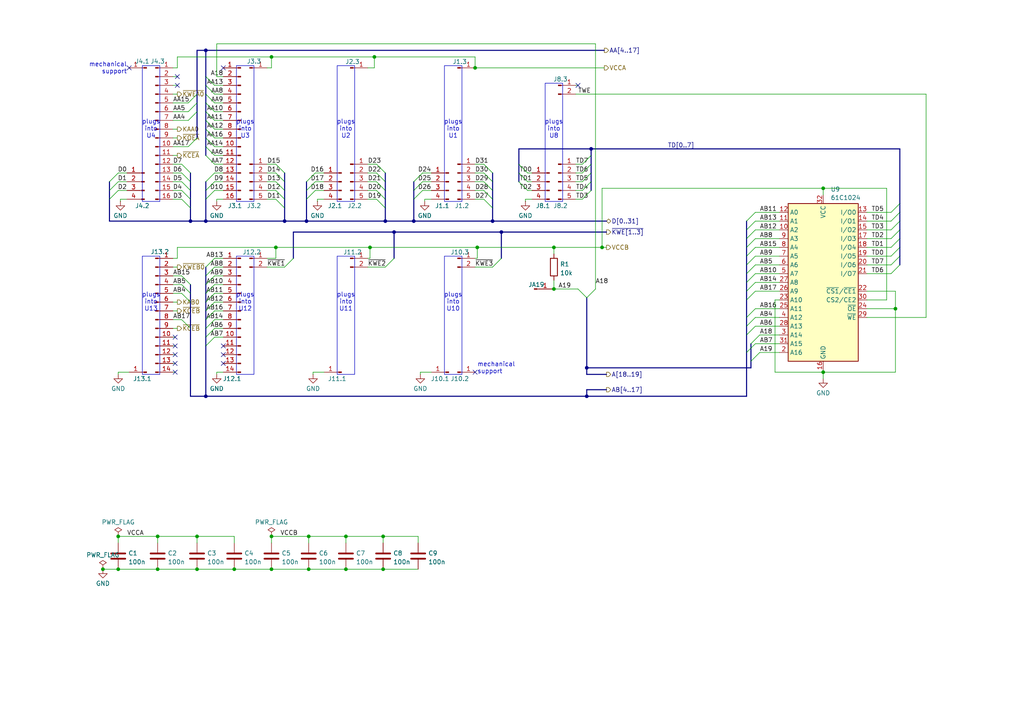
<source format=kicad_sch>
(kicad_sch (version 20250114) (generator "eeschema") (generator_version "9.0")
  (paper "A4")
  (title_block (title "Biostar MB-84xx-UUD 1MB cache tag and connectors") (date "2025-05-04") (rev "1.0"))
  (lib_symbols
    (symbol "Connector:Conn_01x01_Pin" (pin_names (offset 1.016) (hide yes))
      (property "Reference" "J" (at 0 2.54 0))
      (property "Value" "Conn_01x01_Pin" (at 0 -2.54 0))
      (symbol "Conn_01x01_Pin_1_1"
        (pin passive line (at 5.08 0 180) (length 3.81) (name "Pin_1") (number "1"))
      )
    )
    (symbol "Connector:Conn_01x02_Pin" (pin_names (offset 1.016) (hide yes))
      (property "Reference" "J" (at 0 2.54 0))
      (property "Value" "Conn_01x02_Pin" (at 0 -5.08 0))
      (symbol "Conn_01x02_Pin_1_1"
        (pin passive line (at 5.08 0 180) (length 3.81) (name "Pin_1") (number "1"))
        (pin passive line (at 5.08 -2.54 180) (length 3.81) (name "Pin_2") (number "2"))
      )
    )
    (symbol "Connector:Conn_01x04_Pin" (pin_names (offset 1.016) (hide yes))
      (property "Reference" "J" (at 0 5.08 0))
      (property "Value" "Conn_01x04_Pin" (at 0 -7.62 0))
      (symbol "Conn_01x04_Pin_1_1"
        (pin passive line (at 5.08 2.54 180) (length 3.81) (name "Pin_1") (number "1"))
        (pin passive line (at 5.08 0 180) (length 3.81) (name "Pin_2") (number "2"))
        (pin passive line (at 5.08 -2.54 180) (length 3.81) (name "Pin_3") (number "3"))
        (pin passive line (at 5.08 -5.08 180) (length 3.81) (name "Pin_4") (number "4"))
      )
    )
    (symbol "Connector:Conn_01x05_Pin" (pin_names (offset 1.016) (hide yes))
      (property "Reference" "J" (at 0 7.62 0))
      (property "Value" "Conn_01x05_Pin" (at 0 -7.62 0))
      (symbol "Conn_01x05_Pin_1_1"
        (pin passive line (at 5.08 5.08 180) (length 3.81) (name "Pin_1") (number "1"))
        (pin passive line (at 5.08 2.54 180) (length 3.81) (name "Pin_2") (number "2"))
        (pin passive line (at 5.08 0 180) (length 3.81) (name "Pin_3") (number "3"))
        (pin passive line (at 5.08 -2.54 180) (length 3.81) (name "Pin_4") (number "4"))
        (pin passive line (at 5.08 -5.08 180) (length 3.81) (name "Pin_5") (number "5"))
      )
    )
    (symbol "Connector:Conn_01x14_Pin" (pin_names (offset 1.016) (hide yes))
      (property "Reference" "J" (at 0 17.78 0))
      (property "Value" "Conn_01x14_Pin" (at 0 -20.32 0))
      (symbol "Conn_01x14_Pin_1_1"
        (pin passive line (at 5.08 15.24 180) (length 3.81) (name "Pin_1") (number "1"))
        (pin passive line (at 5.08 12.7 180) (length 3.81) (name "Pin_2") (number "2"))
        (pin passive line (at 5.08 10.16 180) (length 3.81) (name "Pin_3") (number "3"))
        (pin passive line (at 5.08 7.62 180) (length 3.81) (name "Pin_4") (number "4"))
        (pin passive line (at 5.08 5.08 180) (length 3.81) (name "Pin_5") (number "5"))
        (pin passive line (at 5.08 2.54 180) (length 3.81) (name "Pin_6") (number "6"))
        (pin passive line (at 5.08 0 180) (length 3.81) (name "Pin_7") (number "7"))
        (pin passive line (at 5.08 -2.54 180) (length 3.81) (name "Pin_8") (number "8"))
        (pin passive line (at 5.08 -5.08 180) (length 3.81) (name "Pin_9") (number "9"))
        (pin passive line (at 5.08 -7.62 180) (length 3.81) (name "Pin_10") (number "10"))
        (pin passive line (at 5.08 -10.16 180) (length 3.81) (name "Pin_11") (number "11"))
        (pin passive line (at 5.08 -12.7 180) (length 3.81) (name "Pin_12") (number "12"))
        (pin passive line (at 5.08 -15.24 180) (length 3.81) (name "Pin_13") (number "13"))
        (pin passive line (at 5.08 -17.78 180) (length 3.81) (name "Pin_14") (number "14"))
      )
    )
    (symbol "Connector:Conn_01x16_Pin" (pin_names (offset 1.016) (hide yes))
      (property "Reference" "J" (at 0 20.32 0))
      (property "Value" "Conn_01x16_Pin" (at 0 -22.86 0))
      (symbol "Conn_01x16_Pin_1_1"
        (pin passive line (at 5.08 17.78 180) (length 3.81) (name "Pin_1") (number "1"))
        (pin passive line (at 5.08 15.24 180) (length 3.81) (name "Pin_2") (number "2"))
        (pin passive line (at 5.08 12.7 180) (length 3.81) (name "Pin_3") (number "3"))
        (pin passive line (at 5.08 10.16 180) (length 3.81) (name "Pin_4") (number "4"))
        (pin passive line (at 5.08 7.62 180) (length 3.81) (name "Pin_5") (number "5"))
        (pin passive line (at 5.08 5.08 180) (length 3.81) (name "Pin_6") (number "6"))
        (pin passive line (at 5.08 2.54 180) (length 3.81) (name "Pin_7") (number "7"))
        (pin passive line (at 5.08 0 180) (length 3.81) (name "Pin_8") (number "8"))
        (pin passive line (at 5.08 -2.54 180) (length 3.81) (name "Pin_9") (number "9"))
        (pin passive line (at 5.08 -5.08 180) (length 3.81) (name "Pin_10") (number "10"))
        (pin passive line (at 5.08 -7.62 180) (length 3.81) (name "Pin_11") (number "11"))
        (pin passive line (at 5.08 -10.16 180) (length 3.81) (name "Pin_12") (number "12"))
        (pin passive line (at 5.08 -12.7 180) (length 3.81) (name "Pin_13") (number "13"))
        (pin passive line (at 5.08 -15.24 180) (length 3.81) (name "Pin_14") (number "14"))
        (pin passive line (at 5.08 -17.78 180) (length 3.81) (name "Pin_15") (number "15"))
        (pin passive line (at 5.08 -20.32 180) (length 3.81) (name "Pin_16") (number "16"))
      )
    )
    (symbol "Device:C" (pin_numbers (hide yes)) (pin_names (offset 0.254))
      (property "Reference" "C" (at 0.635 2.54 0))
      (property "Value" "C" (at 0.635 -2.54 0))
      (symbol "C_1_1"
        (pin passive line (at 0 3.81 270) (length 2.794) (name "~") (number "1"))
        (pin passive line (at 0 -3.81 90) (length 2.794) (name "~") (number "2"))
      )
    )
    (symbol "Device:R" (pin_numbers (hide yes)) (pin_names (offset 0))
      (property "Reference" "R" (at 2.032 0 90))
      (property "Value" "R" (at 0 0 90))
      (symbol "R_1_1"
        (pin passive line (at 0 3.81 270) (length 1.27) (name "~") (number "1"))
        (pin passive line (at 0 -3.81 90) (length 1.27) (name "~") (number "2"))
      )
    )
    (symbol "SOJmem:IS6xC1024AL-xxJ"
      (property "Reference" "U" (at -10.16 23.495 0))
      (property "Value" "IS6xC1024AL-xxJ" (at 2.54 23.495 0))
      (symbol "IS6xC1024AL-xxJ_0_0"
        (pin power_in line (at 0 25.4 270) (length 2.54) (name "VCC") (number "32"))
        (pin power_in line (at 0 -25.4 90) (length 2.54) (name "GND") (number "16"))
      )
      (symbol "IS6xC1024AL-xxJ_1_1"
        (pin input line (at -12.7 20.32 0) (length 2.54) (name "A0") (number "12"))
        (pin input line (at -12.7 17.78 0) (length 2.54) (name "A1") (number "11"))
        (pin input line (at -12.7 15.24 0) (length 2.54) (name "A2") (number "10"))
        (pin input line (at -12.7 12.7 0) (length 2.54) (name "A3") (number "9"))
        (pin input line (at -12.7 10.16 0) (length 2.54) (name "A4") (number "8"))
        (pin input line (at -12.7 7.62 0) (length 2.54) (name "A5") (number "7"))
        (pin input line (at -12.7 5.08 0) (length 2.54) (name "A6") (number "6"))
        (pin input line (at -12.7 2.54 0) (length 2.54) (name "A7") (number "5"))
        (pin input line (at -12.7 0 0) (length 2.54) (name "A8") (number "27"))
        (pin input line (at -12.7 -2.54 0) (length 2.54) (name "A9") (number "26"))
        (pin input line (at -12.7 -5.08 0) (length 2.54) (name "A10") (number "23"))
        (pin input line (at -12.7 -7.62 0) (length 2.54) (name "A11") (number "25"))
        (pin input line (at -12.7 -10.16 0) (length 2.54) (name "A12") (number "4"))
        (pin input line (at -12.7 -12.7 0) (length 2.54) (name "A13") (number "28"))
        (pin input line (at -12.7 -15.24 0) (length 2.54) (name "A14") (number "3"))
        (pin input line (at -12.7 -17.78 0) (length 2.54) (name "A15") (number "31"))
        (pin input line (at -12.7 -20.32 0) (length 2.54) (name "A16") (number "2"))
        (pin no_connect line (at 10.16 -20.32 180) (length 2.54) (hide yes) (name "NC") (number "1"))
        (pin tri_state line (at 12.7 20.32 180) (length 2.54) (name "I/O0") (number "13"))
        (pin tri_state line (at 12.7 17.78 180) (length 2.54) (name "I/O1") (number "14"))
        (pin tri_state line (at 12.7 15.24 180) (length 2.54) (name "I/O2") (number "15"))
        (pin tri_state line (at 12.7 12.7 180) (length 2.54) (name "I/O3") (number "17"))
        (pin tri_state line (at 12.7 10.16 180) (length 2.54) (name "I/O4") (number "18"))
        (pin tri_state line (at 12.7 7.62 180) (length 2.54) (name "I/O5") (number "19"))
        (pin tri_state line (at 12.7 5.08 180) (length 2.54) (name "I/O6") (number "20"))
        (pin tri_state line (at 12.7 2.54 180) (length 2.54) (name "I/O7") (number "21"))
        (pin input line (at 12.7 -2.54 180) (length 2.54) (name "~{CS1}/~{CE1}") (number "22"))
        (pin input line (at 12.7 -5.08 180) (length 2.54) (name "CS2/CE2") (number "30"))
        (pin input line (at 12.7 -7.62 180) (length 2.54) (name "~{OE}") (number "24"))
        (pin input line (at 12.7 -10.16 180) (length 2.54) (name "~{WE}") (number "29"))
      )
    )
    (symbol "power:GND" (power) (pin_numbers (hide yes)) (pin_names (offset 0) (hide yes))
      (property "Value" "GND" (at 0 -3.81 0))
      (symbol "GND_1_1"
        (pin power_in line (at 0 0 270) (length 0) (name "~") (number "1"))
      )
    )
    (symbol "power:PWR_FLAG" (power) (pin_numbers (hide yes)) (pin_names (offset 0) (hide yes))
      (property "Value" "PWR_FLAG" (at 0 3.81 0))
      (symbol "PWR_FLAG_0_0"
        (pin power_out line (at 0 0 90) (length 0) (name "~") (number "1"))
      )
    )
  )
  (rectangle (start 128.905 74.295) (end 133.985 108.585))
  (rectangle (start 68.58 74.295) (end 73.66 108.585))
  (rectangle (start 97.79 74.295) (end 102.87 108.585))
  (rectangle (start 68.58 19.05) (end 73.66 58.42))
  (rectangle (start 128.905 19.05) (end 133.985 58.42))
  (rectangle (start 158.115 24.13) (end 163.195 58.42))
  (rectangle (start 41.275 19.05) (end 46.355 58.42))
  (rectangle (start 41.275 74.295) (end 46.355 108.585))
  (rectangle (start 97.79 19.05) (end 102.87 58.42))
  (text "plugs\ninto\nU11\n" (at 100.33 87.63 0) (effects (font (size 1.27 1.27))))
  (text "plugs\ninto\nU4\n" (at 43.815 37.465 0) (effects (font (size 1.27 1.27))))
  (text "mechanical\nsupport" (at 138.43 108.585 0) (effects (font (size 1.27 1.27)) (justify left bottom)))
  (text "plugs\ninto\nU12\n" (at 71.12 87.63 0) (effects (font (size 1.27 1.27))))
  (text "plugs\ninto\nU2\n" (at 100.33 37.465 0) (effects (font (size 1.27 1.27))))
  (text "plugs\ninto\nU10\n" (at 131.445 87.63 0) (effects (font (size 1.27 1.27))))
  (text "plugs\ninto\nU1\n" (at 131.445 37.465 0) (effects (font (size 1.27 1.27))))
  (text "plugs\ninto\nU8\n" (at 160.655 37.465 0) (effects (font (size 1.27 1.27))))
  (text "mechanical\nsupport" (at 36.83 21.59 0) (effects (font (size 1.27 1.27)) (justify right bottom)))
  (text "plugs\ninto\nU3\n" (at 71.12 37.465 0) (effects (font (size 1.27 1.27))))
  (text "plugs\ninto\nU13\n" (at 43.815 87.63 0) (effects (font (size 1.27 1.27))))
  (junction (at 120.015 64.135))
  (junction (at 171.45 43.18))
  (junction (at 111.125 155.575))
  (junction (at 59.69 114.935))
  (junction (at 108.585 16.51))
  (junction (at 88.9 64.135))
  (junction (at 29.845 165.1))
  (junction (at 80.01 71.755))
  (junction (at 57.15 165.1))
  (junction (at 170.18 106.68))
  (junction (at 138.43 71.755))
  (junction (at 137.795 19.685))
  (junction (at 59.69 64.135))
  (junction (at 114.3 67.31))
  (junction (at 145.415 67.31))
  (junction (at 78.74 16.51))
  (junction (at 89.535 165.1))
  (junction (at 100.33 155.575))
  (junction (at 107.315 71.755))
  (junction (at 142.875 64.135))
  (junction (at 45.72 155.575))
  (junction (at 59.69 14.605))
  (junction (at 160.655 83.82))
  (junction (at 78.74 155.575))
  (junction (at 45.72 165.1))
  (junction (at 238.76 54.61))
  (junction (at 82.55 64.135))
  (junction (at 89.535 155.575))
  (junction (at 57.15 155.575))
  (junction (at 111.76 64.135))
  (junction (at 160.655 71.755))
  (junction (at 111.125 165.1))
  (junction (at 238.76 107.95))
  (junction (at 170.18 114.935))
  (junction (at 78.74 165.1))
  (junction (at 55.245 64.135))
  (junction (at 100.33 165.1))
  (junction (at 174.625 71.755))
  (junction (at 34.29 155.575))
  (junction (at 259.715 89.535))
  (junction (at 67.945 165.1))
  (junction (at 34.29 165.1))
  (no_connect (at 64.77 102.87))
  (no_connect (at 37.465 19.685))
  (no_connect (at 64.77 19.685))
  (no_connect (at 51.435 24.765))
  (no_connect (at 64.77 105.41))
  (no_connect (at 64.77 100.33))
  (no_connect (at 50.8 107.95))
  (no_connect (at 50.8 102.87))
  (no_connect (at 50.8 100.33))
  (no_connect (at 137.795 107.95))
  (no_connect (at 51.435 22.225))
  (no_connect (at 167.64 24.765))
  (no_connect (at 50.8 97.79))
  (no_connect (at 50.8 105.41))
  (bus_entry (at 216.535 79.375) (size 2.54 -2.54))
  (bus_entry (at 122.555 55.245) (size -2.54 2.54))
  (bus_entry (at 217.805 99.695) (size 2.54 -2.54))
  (bus_entry (at 62.23 27.305) (size -2.54 -2.54))
  (bus_entry (at 219.075 61.595) (size -2.54 2.54))
  (bus_entry (at 54.61 32.385) (size 2.54 -2.54))
  (bus_entry (at 216.535 66.675) (size 2.54 -2.54))
  (bus_entry (at 216.535 94.615) (size 2.54 -2.54))
  (bus_entry (at 109.22 57.785) (size 2.54 2.54))
  (bus_entry (at 216.535 84.455) (size 2.54 -2.54))
  (bus_entry (at 216.535 74.295) (size 2.54 -2.54))
  (bus_entry (at 62.23 97.79) (size -2.54 2.54))
  (bus_entry (at 80.01 50.165) (size 2.54 2.54))
  (bus_entry (at 52.705 92.71) (size 2.54 2.54))
  (bus_entry (at 80.01 57.785) (size 2.54 2.54))
  (bus_entry (at 258.445 69.215) (size 2.54 -2.54))
  (bus_entry (at 52.705 85.09) (size 2.54 2.54))
  (bus_entry (at 82.55 57.785) (size -2.54 -2.54))
  (bus_entry (at 34.29 50.165) (size -2.54 2.54))
  (bus_entry (at 258.445 79.375) (size 2.54 -2.54))
  (bus_entry (at 91.44 52.705) (size -2.54 2.54))
  (bus_entry (at 34.29 52.705) (size -2.54 2.54))
  (bus_entry (at 62.23 92.71) (size -2.54 2.54))
  (bus_entry (at 91.44 55.245) (size -2.54 2.54))
  (bus_entry (at 216.535 81.915) (size 2.54 -2.54))
  (bus_entry (at 62.23 40.005) (size -2.54 -2.54))
  (bus_entry (at 62.23 37.465) (size -2.54 -2.54))
  (bus_entry (at 217.805 104.775) (size 2.54 -2.54))
  (bus_entry (at 111.76 57.785) (size -2.54 -2.54))
  (bus_entry (at 62.23 87.63) (size -2.54 2.54))
  (bus_entry (at 62.23 50.165) (size -2.54 2.54))
  (bus_entry (at 216.535 69.215) (size 2.54 -2.54))
  (bus_entry (at 111.76 55.245) (size -2.54 -2.54))
  (bus_entry (at 62.23 82.55) (size -2.54 2.54))
  (bus_entry (at 216.535 86.995) (size 2.54 -2.54))
  (bus_entry (at 62.23 80.01) (size -2.54 2.54))
  (bus_entry (at 62.23 24.765) (size -2.54 -2.54))
  (bus_entry (at 153.035 55.245) (size -2.54 -2.54))
  (bus_entry (at 140.335 50.165) (size 2.54 2.54))
  (bus_entry (at 52.705 50.165) (size 2.54 2.54))
  (bus_entry (at 168.91 55.245) (size 2.54 -2.54))
  (bus_entry (at 258.445 61.595) (size 2.54 -2.54))
  (bus_entry (at 142.875 55.245) (size -2.54 -2.54))
  (bus_entry (at 52.705 55.245) (size 2.54 2.54))
  (bus_entry (at 62.23 29.845) (size -2.54 -2.54))
  (bus_entry (at 216.535 92.075) (size 2.54 -2.54))
  (bus_entry (at 111.76 77.47) (size 2.54 -2.54))
  (bus_entry (at 52.705 47.625) (size 2.54 2.54))
  (bus_entry (at 168.91 47.625) (size 2.54 -2.54))
  (bus_entry (at 54.61 42.545) (size 2.54 -2.54))
  (bus_entry (at 62.23 42.545) (size -2.54 -2.54))
  (bus_entry (at 258.445 74.295) (size 2.54 -2.54))
  (bus_entry (at 258.445 71.755) (size 2.54 -2.54))
  (bus_entry (at 82.55 77.47) (size 2.54 -2.54))
  (bus_entry (at 62.23 32.385) (size -2.54 -2.54))
  (bus_entry (at 109.22 50.165) (size 2.54 2.54))
  (bus_entry (at 216.535 97.155) (size 2.54 -2.54))
  (bus_entry (at 258.445 66.675) (size 2.54 -2.54))
  (bus_entry (at 54.61 29.845) (size 2.54 -2.54))
  (bus_entry (at 52.705 57.785) (size 2.54 2.54))
  (bus_entry (at 82.55 55.245) (size -2.54 -2.54))
  (bus_entry (at 122.555 52.705) (size -2.54 2.54))
  (bus_entry (at 168.91 50.165) (size 2.54 -2.54))
  (bus_entry (at 62.23 74.93) (size -2.54 2.54))
  (bus_entry (at 62.23 45.085) (size -2.54 -2.54))
  (bus_entry (at 54.61 34.925) (size 2.54 -2.54))
  (bus_entry (at 216.535 71.755) (size 2.54 -2.54))
  (bus_entry (at 172.72 83.82) (size -2.54 2.54))
  (bus_entry (at 142.875 77.47) (size 2.54 -2.54))
  (bus_entry (at 62.23 77.47) (size -2.54 2.54))
  (bus_entry (at 52.705 80.01) (size 2.54 2.54))
  (bus_entry (at 258.445 64.135) (size 2.54 -2.54))
  (bus_entry (at 62.23 55.245) (size -2.54 2.54))
  (bus_entry (at 122.555 50.165) (size -2.54 2.54))
  (bus_entry (at 140.335 57.785) (size 2.54 2.54))
  (bus_entry (at 153.035 52.705) (size -2.54 -2.54))
  (bus_entry (at 62.23 34.925) (size -2.54 -2.54))
  (bus_entry (at 168.91 57.785) (size 2.54 -2.54))
  (bus_entry (at 62.23 52.705) (size -2.54 2.54))
  (bus_entry (at 91.44 50.165) (size -2.54 2.54))
  (bus_entry (at 153.035 50.165) (size -2.54 -2.54))
  (bus_entry (at 52.705 82.55) (size 2.54 2.54))
  (bus_entry (at 109.22 47.625) (size 2.54 2.54))
  (bus_entry (at 62.23 85.09) (size -2.54 2.54))
  (bus_entry (at 258.445 76.835) (size 2.54 -2.54))
  (bus_entry (at 140.335 47.625) (size 2.54 2.54))
  (bus_entry (at 219.075 99.695) (size -2.54 2.54))
  (bus_entry (at 62.23 90.17) (size -2.54 2.54))
  (bus_entry (at 34.29 55.245) (size -2.54 2.54))
  (bus_entry (at 142.875 57.785) (size -2.54 -2.54))
  (bus_entry (at 168.91 52.705) (size 2.54 -2.54))
  (bus_entry (at 52.705 52.705) (size 2.54 2.54))
  (bus_entry (at 80.01 47.625) (size 2.54 2.54))
  (bus_entry (at 62.23 47.625) (size -2.54 -2.54))
  (bus_entry (at 216.535 76.835) (size 2.54 -2.54))
  (bus_entry (at 62.23 95.25) (size -2.54 2.54))
  (bus_entry (at 167.64 83.82) (size 2.54 2.54))
  (wire (pts (xy 137.795 50.165) (xy 140.335 50.165)))
  (wire (pts (xy 152.4 57.785) (xy 152.4 58.42)))
  (bus (pts (xy 59.69 27.305) (xy 59.69 24.765)))
  (bus (pts (xy 111.76 64.135) (xy 120.015 64.135)))
  (wire (pts (xy 219.075 66.675) (xy 226.06 66.675)))
  (wire (pts (xy 106.68 57.785) (xy 109.22 57.785)))
  (wire (pts (xy 106.68 47.625) (xy 109.22 47.625)))
  (wire (pts (xy 62.865 57.785) (xy 62.865 58.42)))
  (bus (pts (xy 57.15 40.005) (xy 57.15 32.385)))
  (wire (pts (xy 154.305 52.705) (xy 153.035 52.705)))
  (bus (pts (xy 82.55 57.785) (xy 82.55 60.325)))
  (bus (pts (xy 260.985 74.295) (xy 260.985 76.835)))
  (wire (pts (xy 50.165 82.55) (xy 52.705 82.55)))
  (wire (pts (xy 77.47 47.625) (xy 80.01 47.625)))
  (wire (pts (xy 224.79 107.95) (xy 238.76 107.95)))
  (wire (pts (xy 174.625 71.755) (xy 175.895 71.755)))
  (wire (pts (xy 137.795 74.93) (xy 138.43 74.93)))
  (wire (pts (xy 64.77 50.165) (xy 62.23 50.165)))
  (wire (pts (xy 34.925 57.785) (xy 34.925 58.42)))
  (wire (pts (xy 64.77 37.465) (xy 62.23 37.465)))
  (bus (pts (xy 59.69 57.785) (xy 59.69 64.135)))
  (wire (pts (xy 37.465 107.95) (xy 34.29 107.95)))
  (wire (pts (xy 238.76 54.61) (xy 238.76 56.515)))
  (wire (pts (xy 50.165 77.47) (xy 51.435 77.47)))
  (wire (pts (xy 251.46 69.215) (xy 258.445 69.215)))
  (wire (pts (xy 259.715 84.455) (xy 259.715 89.535)))
  (wire (pts (xy 251.46 71.755) (xy 258.445 71.755)))
  (wire (pts (xy 160.02 83.82) (xy 160.655 83.82)))
  (wire (pts (xy 238.76 107.95) (xy 238.76 107.315)))
  (bus (pts (xy 88.9 57.785) (xy 88.9 64.135)))
  (wire (pts (xy 123.19 57.785) (xy 123.19 58.42)))
  (wire (pts (xy 51.435 16.51) (xy 78.74 16.51)))
  (wire (pts (xy 167.005 52.705) (xy 168.91 52.705)))
  (bus (pts (xy 55.245 55.245) (xy 55.245 57.785)))
  (bus (pts (xy 59.69 52.705) (xy 59.69 55.245)))
  (bus (pts (xy 85.09 67.31) (xy 85.09 74.93)))
  (wire (pts (xy 125.095 107.95) (xy 121.92 107.95)))
  (wire (pts (xy 160.655 71.755) (xy 160.655 73.66)))
  (wire (pts (xy 154.305 50.165) (xy 153.035 50.165)))
  (wire (pts (xy 224.79 86.995) (xy 224.79 107.95)))
  (wire (pts (xy 219.075 84.455) (xy 226.06 84.455)))
  (wire (pts (xy 220.345 102.235) (xy 226.06 102.235)))
  (bus (pts (xy 55.245 50.165) (xy 55.245 52.705)))
  (wire (pts (xy 111.125 165.1) (xy 121.285 165.1)))
  (wire (pts (xy 64.77 24.765) (xy 62.23 24.765)))
  (wire (pts (xy 93.98 55.245) (xy 91.44 55.245)))
  (wire (pts (xy 36.83 50.165) (xy 34.29 50.165)))
  (wire (pts (xy 137.795 55.245) (xy 140.335 55.245)))
  (wire (pts (xy 34.29 107.95) (xy 34.29 108.585)))
  (bus (pts (xy 55.245 95.25) (xy 55.245 114.935)))
  (bus (pts (xy 85.09 67.31) (xy 114.3 67.31)))
  (bus (pts (xy 111.76 55.245) (xy 111.76 57.785)))
  (wire (pts (xy 77.47 50.165) (xy 80.01 50.165)))
  (bus (pts (xy 57.15 32.385) (xy 57.15 29.845)))
  (wire (pts (xy 259.715 89.535) (xy 259.715 107.95)))
  (wire (pts (xy 57.15 165.1) (xy 67.945 165.1)))
  (wire (pts (xy 238.76 107.95) (xy 238.76 109.855)))
  (bus (pts (xy 175.895 113.03) (xy 170.18 113.03)))
  (bus (pts (xy 120.015 64.135) (xy 142.875 64.135)))
  (bus (pts (xy 82.55 60.325) (xy 82.55 64.135)))
  (bus (pts (xy 59.69 40.005) (xy 59.69 37.465)))
  (wire (pts (xy 90.805 107.95) (xy 90.805 108.585)))
  (wire (pts (xy 219.075 69.215) (xy 226.06 69.215)))
  (bus (pts (xy 142.875 60.325) (xy 142.875 64.135)))
  (wire (pts (xy 238.76 107.95) (xy 259.715 107.95)))
  (bus (pts (xy 82.55 64.135) (xy 88.9 64.135)))
  (bus (pts (xy 114.3 67.31) (xy 114.3 74.93)))
  (wire (pts (xy 257.175 86.995) (xy 251.46 86.995)))
  (wire (pts (xy 62.865 12.7) (xy 172.72 12.7)))
  (wire (pts (xy 34.29 165.1) (xy 45.72 165.1)))
  (bus (pts (xy 111.76 50.165) (xy 111.76 52.705)))
  (bus (pts (xy 171.45 52.705) (xy 171.45 55.245)))
  (bus (pts (xy 170.18 108.585) (xy 175.895 108.585)))
  (wire (pts (xy 50.165 45.085) (xy 51.435 45.085)))
  (wire (pts (xy 107.315 71.755) (xy 107.315 74.93)))
  (bus (pts (xy 217.805 99.695) (xy 217.805 104.775)))
  (wire (pts (xy 77.47 77.47) (xy 82.55 77.47)))
  (bus (pts (xy 59.69 95.25) (xy 59.69 97.79)))
  (bus (pts (xy 216.535 81.915) (xy 216.535 84.455)))
  (bus (pts (xy 59.69 14.605) (xy 175.26 14.605)))
  (wire (pts (xy 78.74 16.51) (xy 108.585 16.51)))
  (bus (pts (xy 216.535 86.995) (xy 216.535 92.075)))
  (wire (pts (xy 64.77 55.245) (xy 62.23 55.245)))
  (wire (pts (xy 45.72 155.575) (xy 45.72 157.48)))
  (wire (pts (xy 50.165 100.33) (xy 50.8 100.33)))
  (bus (pts (xy 31.75 52.705) (xy 31.75 55.245)))
  (wire (pts (xy 50.165 95.25) (xy 51.435 95.25)))
  (bus (pts (xy 216.535 92.075) (xy 216.535 94.615)))
  (wire (pts (xy 51.435 71.755) (xy 80.01 71.755)))
  (wire (pts (xy 50.165 74.93) (xy 51.435 74.93)))
  (bus (pts (xy 57.15 27.305) (xy 57.15 14.605)))
  (bus (pts (xy 59.69 37.465) (xy 59.69 34.925)))
  (wire (pts (xy 64.77 42.545) (xy 62.23 42.545)))
  (wire (pts (xy 100.33 155.575) (xy 111.125 155.575)))
  (wire (pts (xy 174.625 71.755) (xy 174.625 54.61)))
  (wire (pts (xy 251.46 92.075) (xy 268.605 92.075)))
  (bus (pts (xy 59.69 24.765) (xy 59.69 22.225)))
  (bus (pts (xy 216.535 71.755) (xy 216.535 74.295)))
  (wire (pts (xy 219.075 99.695) (xy 226.06 99.695)))
  (wire (pts (xy 167.005 47.625) (xy 168.91 47.625)))
  (wire (pts (xy 106.68 77.47) (xy 111.76 77.47)))
  (wire (pts (xy 64.77 47.625) (xy 62.23 47.625)))
  (wire (pts (xy 238.76 54.61) (xy 257.175 54.61)))
  (wire (pts (xy 50.165 55.245) (xy 52.705 55.245)))
  (wire (pts (xy 106.68 50.165) (xy 109.22 50.165)))
  (bus (pts (xy 170.18 113.03) (xy 170.18 114.935)))
  (wire (pts (xy 50.165 37.465) (xy 51.435 37.465)))
  (bus (pts (xy 145.415 74.93) (xy 145.415 67.31)))
  (bus (pts (xy 260.985 69.215) (xy 260.985 71.755)))
  (wire (pts (xy 125.095 57.785) (xy 123.19 57.785)))
  (wire (pts (xy 57.15 155.575) (xy 57.15 157.48)))
  (wire (pts (xy 219.075 79.375) (xy 226.06 79.375)))
  (bus (pts (xy 260.985 43.18) (xy 260.985 59.055)))
  (wire (pts (xy 251.46 66.675) (xy 258.445 66.675)))
  (bus (pts (xy 111.76 52.705) (xy 111.76 55.245)))
  (bus (pts (xy 170.18 86.36) (xy 170.18 106.68)))
  (bus (pts (xy 217.805 104.775) (xy 217.805 106.68)))
  (wire (pts (xy 77.47 52.705) (xy 80.01 52.705)))
  (wire (pts (xy 107.315 71.755) (xy 138.43 71.755)))
  (bus (pts (xy 170.18 106.68) (xy 217.805 106.68)))
  (bus (pts (xy 59.69 34.925) (xy 59.69 32.385)))
  (bus (pts (xy 59.69 64.135) (xy 82.55 64.135)))
  (bus (pts (xy 59.69 114.935) (xy 170.18 114.935)))
  (wire (pts (xy 137.795 19.685) (xy 175.26 19.685)))
  (bus (pts (xy 111.76 60.325) (xy 111.76 64.135)))
  (bus (pts (xy 59.69 100.33) (xy 59.69 114.935)))
  (wire (pts (xy 160.655 83.82) (xy 167.64 83.82)))
  (wire (pts (xy 64.77 57.785) (xy 62.865 57.785)))
  (wire (pts (xy 45.72 155.575) (xy 57.15 155.575)))
  (wire (pts (xy 93.98 50.165) (xy 91.44 50.165)))
  (wire (pts (xy 64.77 85.09) (xy 62.23 85.09)))
  (wire (pts (xy 62.865 22.225) (xy 62.865 12.7)))
  (wire (pts (xy 219.075 64.135) (xy 226.06 64.135)))
  (bus (pts (xy 59.69 77.47) (xy 59.69 80.01)))
  (bus (pts (xy 55.245 114.935) (xy 59.69 114.935)))
  (wire (pts (xy 89.535 165.1) (xy 100.33 165.1)))
  (bus (pts (xy 171.45 45.085) (xy 171.45 43.18)))
  (wire (pts (xy 64.77 27.305) (xy 62.23 27.305)))
  (bus (pts (xy 55.245 85.09) (xy 55.245 87.63)))
  (wire (pts (xy 64.77 32.385) (xy 62.23 32.385)))
  (wire (pts (xy 121.285 155.575) (xy 121.285 157.48)))
  (bus (pts (xy 142.875 55.245) (xy 142.875 57.785)))
  (wire (pts (xy 78.74 16.51) (xy 78.74 19.685)))
  (wire (pts (xy 50.165 42.545) (xy 54.61 42.545)))
  (wire (pts (xy 138.43 71.755) (xy 138.43 74.93)))
  (bus (pts (xy 59.69 29.845) (xy 59.69 27.305)))
  (wire (pts (xy 251.46 89.535) (xy 259.715 89.535)))
  (wire (pts (xy 29.845 165.1) (xy 34.29 165.1)))
  (bus (pts (xy 59.69 32.385) (xy 59.69 29.845)))
  (bus (pts (xy 57.15 29.845) (xy 57.15 27.305)))
  (bus (pts (xy 216.535 84.455) (xy 216.535 86.995)))
  (wire (pts (xy 50.165 32.385) (xy 54.61 32.385)))
  (bus (pts (xy 88.9 52.705) (xy 88.9 55.245)))
  (bus (pts (xy 88.9 55.245) (xy 88.9 57.785)))
  (bus (pts (xy 55.245 60.325) (xy 55.245 64.135)))
  (wire (pts (xy 93.98 52.705) (xy 91.44 52.705)))
  (wire (pts (xy 93.98 57.785) (xy 92.075 57.785)))
  (wire (pts (xy 50.165 34.925) (xy 54.61 34.925)))
  (wire (pts (xy 64.77 80.01) (xy 62.23 80.01)))
  (wire (pts (xy 50.165 27.305) (xy 51.435 27.305)))
  (bus (pts (xy 170.18 114.935) (xy 216.535 114.935)))
  (bus (pts (xy 111.76 57.785) (xy 111.76 60.325)))
  (wire (pts (xy 100.33 155.575) (xy 100.33 157.48)))
  (wire (pts (xy 138.43 71.755) (xy 160.655 71.755)))
  (wire (pts (xy 80.01 71.755) (xy 107.315 71.755)))
  (wire (pts (xy 50.165 87.63) (xy 51.435 87.63)))
  (wire (pts (xy 50.165 57.785) (xy 52.705 57.785)))
  (wire (pts (xy 137.795 52.705) (xy 140.335 52.705)))
  (wire (pts (xy 50.165 92.71) (xy 52.705 92.71)))
  (wire (pts (xy 36.83 57.785) (xy 34.925 57.785)))
  (wire (pts (xy 106.68 55.245) (xy 109.22 55.245)))
  (bus (pts (xy 59.69 85.09) (xy 59.69 87.63)))
  (wire (pts (xy 172.72 12.7) (xy 172.72 83.82)))
  (wire (pts (xy 106.68 19.685) (xy 108.585 19.685)))
  (wire (pts (xy 62.865 107.95) (xy 62.865 108.585)))
  (wire (pts (xy 57.15 155.575) (xy 67.945 155.575)))
  (wire (pts (xy 77.47 55.245) (xy 80.01 55.245)))
  (wire (pts (xy 167.005 50.165) (xy 168.91 50.165)))
  (wire (pts (xy 50.165 50.165) (xy 52.705 50.165)))
  (bus (pts (xy 142.875 57.785) (xy 142.875 60.325)))
  (bus (pts (xy 55.245 52.705) (xy 55.245 55.245)))
  (wire (pts (xy 50.165 19.685) (xy 51.435 19.685)))
  (wire (pts (xy 220.345 97.155) (xy 226.06 97.155)))
  (bus (pts (xy 31.75 64.135) (xy 55.245 64.135)))
  (wire (pts (xy 154.305 57.785) (xy 152.4 57.785)))
  (wire (pts (xy 64.77 40.005) (xy 62.23 40.005)))
  (wire (pts (xy 34.29 155.575) (xy 34.29 157.48)))
  (wire (pts (xy 50.165 80.01) (xy 52.705 80.01)))
  (wire (pts (xy 64.77 90.17) (xy 62.23 90.17)))
  (bus (pts (xy 82.55 55.245) (xy 82.55 57.785)))
  (wire (pts (xy 78.74 165.1) (xy 89.535 165.1)))
  (wire (pts (xy 219.075 81.915) (xy 226.06 81.915)))
  (bus (pts (xy 59.69 82.55) (xy 59.69 85.09)))
  (wire (pts (xy 80.01 71.755) (xy 80.01 74.93)))
  (wire (pts (xy 64.77 45.085) (xy 62.23 45.085)))
  (wire (pts (xy 67.945 155.575) (xy 67.945 157.48)))
  (wire (pts (xy 251.46 76.835) (xy 258.445 76.835)))
  (wire (pts (xy 167.005 27.305) (xy 268.605 27.305)))
  (bus (pts (xy 59.69 45.085) (xy 59.69 42.545)))
  (wire (pts (xy 50.165 90.17) (xy 51.435 90.17)))
  (wire (pts (xy 78.74 155.575) (xy 78.74 157.48)))
  (bus (pts (xy 59.69 14.605) (xy 59.69 22.225)))
  (bus (pts (xy 120.015 52.705) (xy 120.015 55.245)))
  (wire (pts (xy 226.06 86.995) (xy 224.79 86.995)))
  (bus (pts (xy 170.18 106.68) (xy 170.18 108.585)))
  (wire (pts (xy 108.585 16.51) (xy 137.795 16.51)))
  (wire (pts (xy 64.77 82.55) (xy 62.23 82.55)))
  (wire (pts (xy 50.165 107.95) (xy 50.8 107.95)))
  (wire (pts (xy 219.075 94.615) (xy 226.06 94.615)))
  (bus (pts (xy 55.245 57.785) (xy 55.245 60.325)))
  (wire (pts (xy 160.655 81.28) (xy 160.655 83.82)))
  (wire (pts (xy 50.165 102.87) (xy 50.8 102.87)))
  (wire (pts (xy 154.305 55.245) (xy 153.035 55.245)))
  (wire (pts (xy 45.72 165.1) (xy 57.15 165.1)))
  (bus (pts (xy 145.415 67.31) (xy 175.895 67.31)))
  (wire (pts (xy 50.165 52.705) (xy 52.705 52.705)))
  (wire (pts (xy 160.655 71.755) (xy 174.625 71.755)))
  (wire (pts (xy 121.92 107.95) (xy 121.92 108.585)))
  (bus (pts (xy 88.9 64.135) (xy 111.76 64.135)))
  (wire (pts (xy 111.125 155.575) (xy 121.285 155.575)))
  (wire (pts (xy 167.005 55.245) (xy 168.91 55.245)))
  (wire (pts (xy 50.165 47.625) (xy 52.705 47.625)))
  (wire (pts (xy 64.77 29.845) (xy 62.23 29.845)))
  (wire (pts (xy 64.77 34.925) (xy 62.23 34.925)))
  (bus (pts (xy 114.3 67.31) (xy 145.415 67.31)))
  (wire (pts (xy 50.165 29.845) (xy 54.61 29.845)))
  (wire (pts (xy 251.46 64.135) (xy 258.445 64.135)))
  (wire (pts (xy 251.46 79.375) (xy 258.445 79.375)))
  (wire (pts (xy 219.075 71.755) (xy 226.06 71.755)))
  (wire (pts (xy 111.125 155.575) (xy 111.125 157.48)))
  (bus (pts (xy 82.55 52.705) (xy 82.55 55.245)))
  (wire (pts (xy 106.68 74.93) (xy 107.315 74.93)))
  (wire (pts (xy 268.605 27.305) (xy 268.605 92.075)))
  (wire (pts (xy 219.075 89.535) (xy 226.06 89.535)))
  (wire (pts (xy 219.075 74.295) (xy 226.06 74.295)))
  (wire (pts (xy 64.77 95.25) (xy 62.23 95.25)))
  (wire (pts (xy 122.555 55.245) (xy 125.095 55.245)))
  (bus (pts (xy 216.535 76.835) (xy 216.535 79.375)))
  (wire (pts (xy 50.165 105.41) (xy 50.8 105.41)))
  (wire (pts (xy 36.83 52.705) (xy 34.29 52.705)))
  (bus (pts (xy 59.69 90.17) (xy 59.69 92.71)))
  (bus (pts (xy 216.535 97.155) (xy 216.535 102.235)))
  (bus (pts (xy 260.985 64.135) (xy 260.985 66.675)))
  (wire (pts (xy 219.075 76.835) (xy 226.06 76.835)))
  (wire (pts (xy 89.535 155.575) (xy 89.535 157.48)))
  (bus (pts (xy 120.015 57.785) (xy 120.015 64.135)))
  (wire (pts (xy 34.29 155.575) (xy 45.72 155.575)))
  (wire (pts (xy 219.075 92.075) (xy 226.06 92.075)))
  (wire (pts (xy 64.77 52.705) (xy 62.23 52.705)))
  (bus (pts (xy 260.985 66.675) (xy 260.985 69.215)))
  (bus (pts (xy 142.875 52.705) (xy 142.875 55.245)))
  (bus (pts (xy 216.535 64.135) (xy 216.535 66.675)))
  (bus (pts (xy 216.535 71.755) (xy 216.535 69.215)))
  (bus (pts (xy 31.75 55.245) (xy 31.75 57.785)))
  (wire (pts (xy 137.795 47.625) (xy 140.335 47.625)))
  (wire (pts (xy 64.77 97.79) (xy 62.23 97.79)))
  (bus (pts (xy 59.69 92.71) (xy 59.69 95.25)))
  (bus (pts (xy 57.15 14.605) (xy 59.69 14.605)))
  (bus (pts (xy 175.895 64.135) (xy 142.875 64.135)))
  (wire (pts (xy 122.555 50.165) (xy 125.095 50.165)))
  (bus (pts (xy 142.875 50.165) (xy 142.875 52.705)))
  (bus (pts (xy 31.75 57.785) (xy 31.75 64.135)))
  (wire (pts (xy 64.77 74.93) (xy 62.23 74.93)))
  (bus (pts (xy 150.495 47.625) (xy 150.495 43.18)))
  (bus (pts (xy 55.245 82.55) (xy 55.245 85.09)))
  (wire (pts (xy 108.585 16.51) (xy 108.585 19.685)))
  (bus (pts (xy 59.69 80.01) (xy 59.69 82.55)))
  (bus (pts (xy 216.535 79.375) (xy 216.535 81.915)))
  (bus (pts (xy 55.245 64.135) (xy 59.69 64.135)))
  (wire (pts (xy 67.945 165.1) (xy 78.74 165.1)))
  (wire (pts (xy 257.175 54.61) (xy 257.175 86.995)))
  (wire (pts (xy 77.47 57.785) (xy 80.01 57.785)))
  (bus (pts (xy 150.495 43.18) (xy 171.45 43.18)))
  (wire (pts (xy 167.005 57.785) (xy 168.91 57.785)))
  (wire (pts (xy 50.165 85.09) (xy 52.705 85.09)))
  (bus (pts (xy 216.535 74.295) (xy 216.535 76.835)))
  (bus (pts (xy 59.69 55.245) (xy 59.69 57.785)))
  (wire (pts (xy 64.77 77.47) (xy 62.23 77.47)))
  (wire (pts (xy 78.74 155.575) (xy 89.535 155.575)))
  (bus (pts (xy 216.535 102.235) (xy 216.535 114.935)))
  (wire (pts (xy 100.33 165.1) (xy 111.125 165.1)))
  (bus (pts (xy 260.985 71.755) (xy 260.985 74.295)))
  (wire (pts (xy 251.46 61.595) (xy 258.445 61.595)))
  (bus (pts (xy 216.535 66.675) (xy 216.535 69.215)))
  (bus (pts (xy 171.45 47.625) (xy 171.45 45.085)))
  (bus (pts (xy 55.245 87.63) (xy 55.245 95.25)))
  (bus (pts (xy 59.69 42.545) (xy 59.69 40.005)))
  (wire (pts (xy 64.77 87.63) (xy 62.23 87.63)))
  (bus (pts (xy 82.55 50.165) (xy 82.55 52.705)))
  (wire (pts (xy 106.68 52.705) (xy 109.22 52.705)))
  (bus (pts (xy 59.69 97.79) (xy 59.69 100.33)))
  (wire (pts (xy 50.165 97.79) (xy 50.8 97.79)))
  (bus (pts (xy 59.69 87.63) (xy 59.69 90.17)))
  (wire (pts (xy 251.46 84.455) (xy 259.715 84.455)))
  (bus (pts (xy 171.45 50.165) (xy 171.45 47.625)))
  (wire (pts (xy 251.46 74.295) (xy 258.445 74.295)))
  (wire (pts (xy 77.47 19.685) (xy 78.74 19.685)))
  (wire (pts (xy 174.625 54.61) (xy 238.76 54.61)))
  (bus (pts (xy 171.45 43.18) (xy 260.985 43.18)))
  (wire (pts (xy 137.795 57.785) (xy 140.335 57.785)))
  (bus (pts (xy 150.495 52.705) (xy 150.495 50.165)))
  (wire (pts (xy 64.77 22.225) (xy 62.865 22.225)))
  (wire (pts (xy 137.795 16.51) (xy 137.795 19.685)))
  (wire (pts (xy 137.795 77.47) (xy 142.875 77.47)))
  (wire (pts (xy 50.165 22.225) (xy 51.435 22.225)))
  (wire (pts (xy 219.075 61.595) (xy 226.06 61.595)))
  (wire (pts (xy 89.535 155.575) (xy 100.33 155.575)))
  (wire (pts (xy 77.47 74.93) (xy 80.01 74.93)))
  (wire (pts (xy 51.435 19.685) (xy 51.435 16.51)))
  (bus (pts (xy 171.45 52.705) (xy 171.45 50.165)))
  (bus (pts (xy 260.985 61.595) (xy 260.985 64.135)))
  (bus (pts (xy 120.015 55.245) (xy 120.015 57.785)))
  (wire (pts (xy 50.165 24.765) (xy 51.435 24.765)))
  (wire (pts (xy 36.83 55.245) (xy 34.29 55.245)))
  (bus (pts (xy 260.985 59.055) (xy 260.985 61.595)))
  (wire (pts (xy 92.075 57.785) (xy 92.075 58.42)))
  (wire (pts (xy 50.165 40.005) (xy 51.435 40.005)))
  (wire (pts (xy 93.98 107.95) (xy 90.805 107.95)))
  (wire (pts (xy 122.555 52.705) (xy 125.095 52.705)))
  (bus (pts (xy 150.495 50.165) (xy 150.495 47.625)))
  (wire (pts (xy 167.005 24.765) (xy 167.64 24.765)))
  (wire (pts (xy 64.77 107.95) (xy 62.865 107.95)))
  (wire (pts (xy 51.435 74.93) (xy 51.435 71.755)))
  (bus (pts (xy 216.535 97.155) (xy 216.535 94.615)))
  (wire (pts (xy 64.77 92.71) (xy 62.23 92.71)))
  (label "TD4" (at 252.73 64.135 0))
  (label "AB15" (at 220.345 71.755 0))
  (label "D22" (at 106.68 50.165 0))
  (label "D30" (at 137.795 50.165 0))
  (label "D27" (at 137.795 57.785 0))
  (label "D21" (at 106.68 52.705 0))
  (label "AB17" (at 220.345 84.455 0))
  (label "AA15" (at 50.165 29.845 0))
  (label "VCCA" (at 36.83 155.575 0))
  (label "TD2" (at 252.73 69.215 0))
  (label "AB12" (at 220.345 66.675 0))
  (label "D14" (at 77.47 50.165 0))
  (label "AB14" (at 220.345 81.915 0))
  (label "AB9" (at 64.77 80.01 180))
  (label "AB15" (at 50.165 80.01 0))
  (label "D8" (at 64.77 50.165 180))
  (label "AB5" (at 50.165 82.55 0))
  (label "AB9" (at 220.345 74.295 0))
  (label "~{KWE2}" (at 106.68 77.47 0))
  (label "A18" (at 64.77 22.225 180))
  (label "AB13" (at 64.77 74.93 180))
  (label "~{KWE3}" (at 137.795 77.47 0))
  (label "D2" (at 36.83 55.245 180))
  (label "D12" (at 77.47 55.245 0))
  (label "D15" (at 77.47 47.625 0))
  (label "TD1" (at 154.305 52.705 180))
  (label "D28" (at 137.795 55.245 0))
  (label "D6" (at 50.165 50.165 0))
  (label "A19" (at 220.345 102.235 0))
  (label "D29" (at 137.795 52.705 0))
  (label "AB16" (at 64.77 90.17 180))
  (label "AB12" (at 64.77 87.63 180))
  (label "TD5" (at 252.73 61.595 0))
  (label "AB6" (at 220.345 94.615 0))
  (label "AA8" (at 64.77 27.305 180))
  (label "AA9" (at 64.77 29.845 180))
  (label "AA5" (at 50.165 32.385 0))
  (label "AB7" (at 220.345 99.695 0))
  (label "TD3" (at 167.005 57.785 0))
  (label "D0" (at 36.83 50.165 180))
  (label "VCCB" (at 81.28 155.575 0))
  (label "TD0" (at 252.73 74.295 0))
  (label "~{KWE1}" (at 77.47 77.47 0))
  (label "AB8" (at 220.345 69.215 0))
  (label "D1" (at 36.83 52.705 180))
  (label "D10" (at 64.77 55.245 180))
  (label "D7" (at 50.165 47.625 0))
  (label "TD7" (at 167.005 47.625 0))
  (label "AB14" (at 64.77 92.71 180))
  (label "D19" (at 106.68 57.785 0))
  (label "D17" (at 93.98 52.705 180))
  (label "AA11" (at 64.77 34.925 180))
  (label "D25" (at 125.095 52.705 180))
  (label "AA14" (at 64.77 42.545 180))
  (label "A18" (at 220.345 97.155 0))
  (label "AA7" (at 64.77 47.625 180))
  (label "AA6" (at 64.77 45.085 180))
  (label "AB13" (at 220.345 64.135 0))
  (label "D23" (at 106.68 47.625 0))
  (label "TD2" (at 154.305 55.245 180))
  (label "TD6" (at 252.73 79.375 0))
  (label "AA12" (at 64.77 37.465 180))
  (label "TWE" (at 167.64 27.305 0))
  (label "TD3" (at 252.73 66.675 0))
  (label "AB11" (at 64.77 85.09 180))
  (label "D16" (at 93.98 50.165 180))
  (label "D24" (at 125.095 50.165 180))
  (label "D20" (at 106.68 55.245 0))
  (label "TD[0..7]" (at 193.675 43.18 0))
  (label "D9" (at 64.77 52.705 180))
  (label "AB5" (at 220.345 76.835 0))
  (label "AB10" (at 64.77 82.55 180))
  (label "TD4" (at 167.005 55.245 0))
  (label "A19" (at 161.925 83.82 0))
  (label "AB16" (at 220.345 89.535 0))
  (label "TD0" (at 154.305 50.165 180))
  (label "AB10" (at 220.345 79.375 0))
  (label "AB11" (at 220.345 61.595 0))
  (label "AB8" (at 64.77 77.47 180))
  (label "D26" (at 125.095 55.245 180))
  (label "AA10" (at 64.77 32.385 180))
  (label "TD6" (at 167.005 50.165 0))
  (label "AB17" (at 50.165 92.71 0))
  (label "D11" (at 77.47 57.785 0))
  (label "AB4" (at 50.165 85.09 0))
  (label "AA4" (at 50.165 34.925 0))
  (label "D18" (at 93.98 55.245 180))
  (label "A18" (at 172.72 82.55 0))
  (label "AB6" (at 64.77 95.25 180))
  (label "D4" (at 50.165 55.245 0))
  (label "AA17" (at 50.165 42.545 0))
  (label "D5" (at 50.165 52.705 0))
  (label "AB7" (at 64.77 97.79 180))
  (label "AB4" (at 220.345 92.075 0))
  (label "D31" (at 137.795 47.625 0))
  (label "TD7" (at 252.73 76.835 0))
  (label "D3" (at 50.165 57.785 0))
  (label "TD1" (at 252.73 71.755 0))
  (label "AA16" (at 64.77 40.005 180))
  (label "AA13" (at 64.77 24.765 180))
  (label "D13" (at 77.47 52.705 0))
  (label "TD5" (at 167.005 52.705 0))
  (hierarchical_label "AA[4..17]" (shape output) (at 175.26 14.605 0))
  (hierarchical_label "~{KOEB}" (shape output) (at 51.435 90.17 0))
  (hierarchical_label "~{KCEA}" (shape output) (at 51.435 45.085 0))
  (hierarchical_label "KAA0" (shape output) (at 51.435 37.465 0))
  (hierarchical_label "~{KWE[1..3]}" (shape output) (at 175.895 67.31 0))
  (hierarchical_label "~{KWEB0}" (shape output) (at 51.435 77.47 0))
  (hierarchical_label "D[0..31]" (shape bidirectional) (at 175.895 64.135 0))
  (hierarchical_label "VCCA" (shape output) (at 175.26 19.685 0))
  (hierarchical_label "A[18..19]" (shape output) (at 175.895 108.585 0))
  (hierarchical_label "~{KOEA}" (shape output) (at 51.435 40.005 0))
  (hierarchical_label "VCCB" (shape output) (at 175.895 71.755 0))
  (hierarchical_label "KAB0" (shape output) (at 51.435 87.63 0))
  (hierarchical_label "~{KCEB}" (shape output) (at 51.435 95.25 0))
  (hierarchical_label "AB[4..17]" (shape output) (at 175.895 113.03 0))
  (hierarchical_label "~{KWEA0}" (shape output) (at 51.435 27.305 0))
  (symbol (lib_id "Connector:Conn_01x02_Pin") (at 101.6 74.93 0) (unit 1)
    (property "Reference" "J11.2" (at 102.235 73.1337 0))
    (property "Value" "Conn_01x02_Male" (effects (hide yes)))
    (property "Footprint" "ConnectorNoSquare1:PinHeader_1x02_P2.54mm_Vertical_NoSquare1" (effects (hide yes)))
    (property "Description" "Generic connector, single row, 01x02, script generated" (effects (hide yes)))
  )
  (symbol (lib_id "Device:R") (at 160.655 77.47 0) (unit 1)
    (property "Reference" "R1" (at 162.433 76.6353 0) (effects (justify left)))
    (property "Value" "10k" (at 162.433 79.1722 0) (effects (justify left)))
    (property "Footprint" "Resistor_SMD:R_0805_2012Metric_Pad1.20x1.40mm_HandSolder" (effects (hide yes)))
  )
  (symbol (lib_id "Connector:Conn_01x01_Pin") (at 42.545 107.95 0) (mirror y) (unit 1)
    (property "Reference" "J13.1" (at 41.275 109.855 0))
    (property "Value" "Conn_01x01_Male" (effects (hide yes)))
    (property "Footprint" "ConnectorNoSquare1:PinHeader_1x01_P2.54mm_Vertical_NoSquare1" (effects (hide yes)))
    (property "Description" "Generic connector, single row, 01x01, script generated" (effects (hide yes)))
  )
  (symbol (lib_id "Connector:Conn_01x05_Pin") (at 72.39 52.705 0) (unit 1)
    (property "Reference" "J3.2" (at 73.66 59.69 0))
    (property "Value" "Conn_01x05_Male" (effects (hide yes)))
    (property "Footprint" "ConnectorNoSquare1:PinHeader_1x05_P2.54mm_Vertical_NoSquare1" (effects (hide yes)))
    (property "Description" "Generic connector, single row, 01x05, script generated" (effects (hide yes)))
  )
  (symbol (lib_id "Device:C") (at 45.72 161.29 0) (unit 1)
    (property "Reference" "C2" (at 48.641 160.4553 0) (effects (justify left)))
    (property "Value" "100n" (at 48.641 162.9922 0) (effects (justify left)))
    (property "Footprint" "Capacitor_SMD:C_0805_2012Metric_Pad1.18x1.45mm_HandSolder" (effects (hide yes)))
  )
  (symbol (lib_id "Connector:Conn_01x04_Pin") (at 41.91 52.705 0) (mirror y) (unit 1)
    (property "Reference" "J4.2" (at 41.275 59.69 0))
    (property "Value" "Conn_01x04_Male" (effects (hide yes)))
    (property "Footprint" "ConnectorNoSquare1:PinHeader_1x04_P2.54mm_Vertical_NoSquare1" (effects (hide yes)))
    (property "Description" "Generic connector, single row, 01x04, script generated" (effects (hide yes)))
  )
  (symbol (lib_id "Connector:Conn_01x05_Pin") (at 101.6 52.705 0) (unit 1)
    (property "Reference" "J2.2" (at 102.87 59.69 0))
    (property "Value" "Conn_01x05_Male" (effects (hide yes)))
    (property "Footprint" "ConnectorNoSquare1:PinHeader_1x05_P2.54mm_Vertical_NoSquare1" (effects (hide yes)))
    (property "Description" "Generic connector, single row, 01x05, script generated" (effects (hide yes)))
  )
  (symbol (lib_id "Connector:Conn_01x04_Pin") (at 99.06 52.705 0) (mirror y) (unit 1)
    (property "Reference" "J2.1" (at 97.155 59.69 0))
    (property "Value" "Conn_01x04_Male" (effects (hide yes)))
    (property "Footprint" "ConnectorNoSquare1:PinHeader_1x04_P2.54mm_Vertical_NoSquare1" (effects (hide yes)))
    (property "Description" "Generic connector, single row, 01x04, script generated" (effects (hide yes)))
  )
  (symbol (lib_id "Connector:Conn_01x05_Pin") (at 132.715 52.705 0) (unit 1)
    (property "Reference" "J1.2" (at 133.985 59.69 0))
    (property "Value" "Conn_01x05_Male" (effects (hide yes)))
    (property "Footprint" "ConnectorNoSquare1:PinHeader_1x05_P2.54mm_Vertical_NoSquare1" (effects (hide yes)))
    (property "Description" "Generic connector, single row, 01x05, script generated" (effects (hide yes)))
  )
  (symbol (lib_id "Device:C") (at 89.535 161.29 0) (unit 1)
    (property "Reference" "C6" (at 92.456 160.4553 0) (effects (justify left)))
    (property "Value" "100n" (at 92.456 162.9922 0) (effects (justify left)))
    (property "Footprint" "Capacitor_SMD:C_0805_2012Metric_Pad1.18x1.45mm_HandSolder" (effects (hide yes)))
  )
  (symbol (lib_id "power:GND") (at 92.075 58.42 0) (mirror y) (unit 1)
    (property "Reference" "#PWR0109" (effects (hide yes)))
    (property "Value" "GND" (at 92.075 62.5531 0))
    (property "Description" "Power symbol creates a global label with name \"GND\" , ground" (effects (hide yes)))
  )
  (symbol (lib_id "power:GND") (at 34.29 108.585 0) (mirror y) (unit 1)
    (property "Reference" "#PWR0104" (effects (hide yes)))
    (property "Value" "GND" (at 34.29 112.7181 0))
    (property "Description" "Power symbol creates a global label with name \"GND\" , ground" (effects (hide yes)))
  )
  (symbol (lib_id "Connector:Conn_01x01_Pin") (at 130.175 107.95 0) (mirror y) (unit 1)
    (property "Reference" "J10.1" (at 127.635 109.855 0))
    (property "Value" "Conn_01x01_Male" (effects (hide yes)))
    (property "Footprint" "ConnectorNoSquare1:PinHeader_1x01_P2.54mm_Vertical_NoSquare1" (effects (hide yes)))
    (property "Description" "Generic connector, single row, 01x01, script generated" (effects (hide yes)))
  )
  (symbol (lib_id "power:GND") (at 62.865 58.42 0) (mirror y) (unit 1)
    (property "Reference" "#PWR0105" (effects (hide yes)))
    (property "Value" "GND" (at 62.865 62.5531 0))
    (property "Description" "Power symbol creates a global label with name \"GND\" , ground" (effects (hide yes)))
  )
  (symbol (lib_id "Connector:Conn_01x01_Pin") (at 101.6 19.685 0) (unit 1)
    (property "Reference" "J2.3" (at 102.235 17.8887 0))
    (property "Value" "Conn_01x01_Male" (effects (hide yes)))
    (property "Footprint" "ConnectorNoSquare1:PinHeader_1x01_P2.54mm_Vertical_NoSquare1" (effects (hide yes)))
    (property "Description" "Generic connector, single row, 01x01, script generated" (effects (hide yes)))
  )
  (symbol (lib_id "Device:C") (at 121.285 161.29 0) (unit 1)
    (property "Reference" "C9" (at 124.206 160.4553 0) (effects (justify left)))
    (property "Value" "100n" (at 124.206 162.9922 0) (effects (justify left)))
    (property "Footprint" "Capacitor_SMD:C_0805_2012Metric_Pad1.18x1.45mm_HandSolder" (effects (hide yes)))
  )
  (symbol (lib_id "Connector:Conn_01x01_Pin") (at 42.545 19.685 0) (mirror y) (unit 1)
    (property "Reference" "J4.1" (at 41.275 17.78 0))
    (property "Value" "Conn_01x01_Male" (effects (hide yes)))
    (property "Footprint" "ConnectorNoSquare1:PinHeader_1x01_P2.54mm_Vertical_NoSquare1" (effects (hide yes)))
    (property "Description" "Generic connector, single row, 01x01, script generated" (effects (hide yes)))
  )
  (symbol (lib_id "Connector:Conn_01x02_Pin") (at 161.925 24.765 0) (unit 1)
    (property "Reference" "J8.3" (at 162.56 22.9687 0))
    (property "Value" "Conn_01x02_Male" (effects (hide yes)))
    (property "Footprint" "ConnectorNoSquare1:PinHeader_1x02_P2.54mm_Vertical_NoSquare1" (effects (hide yes)))
    (property "Description" "Generic connector, single row, 01x02, script generated" (effects (hide yes)))
  )
  (symbol (lib_id "power:GND") (at 123.19 58.42 0) (mirror y) (unit 1)
    (property "Reference" "#PWR0106" (effects (hide yes)))
    (property "Value" "GND" (at 123.19 62.5531 0))
    (property "Description" "Power symbol creates a global label with name \"GND\" , ground" (effects (hide yes)))
  )
  (symbol (lib_id "Connector:Conn_01x05_Pin") (at 161.925 52.705 0) (unit 1)
    (property "Reference" "J8.2" (at 162.56 59.69 0))
    (property "Value" "Conn_01x05_Male" (effects (hide yes)))
    (property "Footprint" "ConnectorNoSquare1:PinHeader_1x05_P2.54mm_Vertical_NoSquare1" (effects (hide yes)))
    (property "Description" "Generic connector, single row, 01x05, script generated" (effects (hide yes)))
  )
  (symbol (lib_id "Device:C") (at 111.125 161.29 0) (unit 1)
    (property "Reference" "C8" (at 114.046 160.4553 0) (effects (justify left)))
    (property "Value" "100n" (at 114.046 162.9922 0) (effects (justify left)))
    (property "Footprint" "Capacitor_SMD:C_0805_2012Metric_Pad1.18x1.45mm_HandSolder" (effects (hide yes)))
  )
  (symbol (lib_id "Connector:Conn_01x01_Pin") (at 154.94 83.82 0) (unit 1)
    (property "Reference" "JA19" (at 155.575 82.55 0))
    (property "Value" "Conn_01x01_Male" (effects (hide yes)))
    (property "Footprint" "Connector_PinHeader_2.54mm:PinHeader_1x01_P2.54mm_Horizontal" (effects (hide yes)))
    (property "Description" "Generic connector, single row, 01x01, script generated" (effects (hide yes)))
  )
  (symbol (lib_id "power:GND") (at 29.845 165.1 0) (unit 1)
    (property "Reference" "#PWR01" (effects (hide yes)))
    (property "Value" "GND" (at 29.845 169.2331 0))
    (property "Description" "Power symbol creates a global label with name \"GND\" , ground" (effects (hide yes)))
  )
  (symbol (lib_id "Device:C") (at 67.945 161.29 0) (unit 1)
    (property "Reference" "C4" (at 70.866 160.4553 0) (effects (justify left)))
    (property "Value" "100n" (at 70.866 162.9922 0) (effects (justify left)))
    (property "Footprint" "Capacitor_SMD:C_0805_2012Metric_Pad1.18x1.45mm_HandSolder" (effects (hide yes)))
  )
  (symbol (lib_id "Connector:Conn_01x14_Pin") (at 45.085 90.17 0) (unit 1)
    (property "Reference" "J13.2" (at 46.355 73.025 0))
    (property "Value" "Conn_01x14_Male" (effects (hide yes)))
    (property "Footprint" "ConnectorNoSquare1:PinHeader_1x14_P2.54mm_Vertical_NoSquare1" (effects (hide yes)))
    (property "Description" "Generic connector, single row, 01x14, script generated" (effects (hide yes)))
  )
  (symbol (lib_id "Device:C") (at 78.74 161.29 0) (unit 1)
    (property "Reference" "C5" (at 81.661 160.4553 0) (effects (justify left)))
    (property "Value" "100n" (at 81.661 162.9922 0) (effects (justify left)))
    (property "Footprint" "Capacitor_SMD:C_0805_2012Metric_Pad1.18x1.45mm_HandSolder" (effects (hide yes)))
  )
  (symbol (lib_id "power:GND") (at 62.865 108.585 0) (mirror y) (unit 1)
    (property "Reference" "#PWR0102" (effects (hide yes)))
    (property "Value" "GND" (at 62.865 112.7181 0))
    (property "Description" "Power symbol creates a global label with name \"GND\" , ground" (effects (hide yes)))
  )
  (symbol (lib_id "Device:C") (at 34.29 161.29 0) (unit 1)
    (property "Reference" "C1" (at 37.211 160.4553 0) (effects (justify left)))
    (property "Value" "100n" (at 37.211 162.9922 0) (effects (justify left)))
    (property "Footprint" "Capacitor_SMD:C_0805_2012Metric_Pad1.18x1.45mm_HandSolder" (effects (hide yes)))
  )
  (symbol (lib_id "power:GND") (at 34.925 58.42 0) (mirror y) (unit 1)
    (property "Reference" "#PWR0101" (effects (hide yes)))
    (property "Value" "GND" (at 34.925 62.5531 0))
    (property "Description" "Power symbol creates a global label with name \"GND\" , ground" (effects (hide yes)))
  )
  (symbol (lib_id "SOJmem:IS6xC1024AL-xxJ") (at 238.76 81.915 0) (unit 1)
    (property "Reference" "U9" (at 240.9033 54.9105 0) (effects (justify left)))
    (property "Value" "61C1024" (at 240.9033 57.3348 0) (effects (justify left)))
    (property "Footprint" "Package_SOJ:SOJ-32_7.58x20.955mm_P1.27mm" (effects (hide yes)))
    (property "Datasheet" "https://www.digikey.com/htmldatasheets/production/74798/0/0/1/IS6xC1024AL.pdf" (effects (hide yes)))
    (property "Description" "128K x 8-bit High-Speed CMOS Static RAM, IS61C1024AL (commercial and industrial) / IS64C1024AL (automotive), VDD = 5V ±10%, 12/15ns, SOJ-32 (300 mil)" (effects (hide yes)))
  )
  (symbol (lib_id "power:GND") (at 121.92 108.585 0) (mirror y) (unit 1)
    (property "Reference" "#PWR0107" (effects (hide yes)))
    (property "Value" "GND" (at 121.92 112.7181 0))
    (property "Description" "Power symbol creates a global label with name \"GND\" , ground" (effects (hide yes)))
  )
  (symbol (lib_id "power:GND") (at 238.76 109.855 0) (unit 1)
    (property "Reference" "#PWR0103" (effects (hide yes)))
    (property "Value" "GND" (at 238.76 113.9881 0))
    (property "Description" "Power symbol creates a global label with name \"GND\" , ground" (effects (hide yes)))
  )
  (symbol (lib_id "Connector:Conn_01x16_Pin") (at 69.85 37.465 0) (mirror y) (unit 1)
    (property "Reference" "J3.1" (at 66.04 59.69 0) (effects (justify right)))
    (property "Value" "Conn_01x16_Male" (effects (hide yes)))
    (property "Footprint" "ConnectorNoSquare1:PinHeader_1x16_P2.54mm_Vertical_NoSquare1" (effects (hide yes)))
    (property "Description" "Generic connector, single row, 01x16, script generated" (effects (hide yes)))
  )
  (symbol (lib_id "Connector:Conn_01x16_Pin") (at 45.085 37.465 0) (unit 1)
    (property "Reference" "J4.3" (at 45.72 17.78 0))
    (property "Value" "Conn_01x16_Male" (effects (hide yes)))
    (property "Footprint" "ConnectorNoSquare1:PinHeader_1x16_P2.54mm_Vertical_NoSquare1" (effects (hide yes)))
    (property "Description" "Generic connector, single row, 01x16, script generated" (effects (hide yes)))
  )
  (symbol (lib_id "Device:C") (at 57.15 161.29 0) (unit 1)
    (property "Reference" "C3" (at 60.071 160.4553 0) (effects (justify left)))
    (property "Value" "100n" (at 60.071 162.9922 0) (effects (justify left)))
    (property "Footprint" "Capacitor_SMD:C_0805_2012Metric_Pad1.18x1.45mm_HandSolder" (effects (hide yes)))
  )
  (symbol (lib_id "power:PWR_FLAG") (at 78.74 155.575 0) (unit 1)
    (property "Reference" "#FLG06" (effects (hide yes)))
    (property "Value" "PWR_FLAG" (at 78.74 151.4419 0))
    (property "Description" "Special symbol for telling ERC where power comes from" (effects (hide yes)))
  )
  (symbol (lib_id "power:GND") (at 90.805 108.585 0) (mirror y) (unit 1)
    (property "Reference" "#PWR0108" (effects (hide yes)))
    (property "Value" "GND" (at 90.805 112.7181 0))
    (property "Description" "Power symbol creates a global label with name \"GND\" , ground" (effects (hide yes)))
  )
  (symbol (lib_id "Connector:Conn_01x04_Pin") (at 159.385 52.705 0) (mirror y) (unit 1)
    (property "Reference" "J8.1" (at 157.48 59.69 0))
    (property "Value" "Conn_01x04_Male" (effects (hide yes)))
    (property "Footprint" "ConnectorNoSquare1:PinHeader_1x04_P2.54mm_Vertical_NoSquare1" (effects (hide yes)))
    (property "Description" "Generic connector, single row, 01x04, script generated" (effects (hide yes)))
  )
  (symbol (lib_id "power:PWR_FLAG") (at 29.845 165.1 0) (unit 1)
    (property "Reference" "#FLG01" (effects (hide yes)))
    (property "Value" "PWR_FLAG" (at 29.845 160.9669 0))
    (property "Description" "Special symbol for telling ERC where power comes from" (effects (hide yes)))
  )
  (symbol (lib_id "Connector:Conn_01x01_Pin") (at 132.715 19.685 0) (unit 1)
    (property "Reference" "J1.3" (at 133.35 17.8887 0))
    (property "Value" "Conn_01x01_Male" (effects (hide yes)))
    (property "Footprint" "ConnectorNoSquare1:PinHeader_1x01_P2.54mm_Vertical_NoSquare1" (effects (hide yes)))
    (property "Description" "Generic connector, single row, 01x01, script generated" (effects (hide yes)))
  )
  (symbol (lib_id "Connector:Conn_01x01_Pin") (at 72.39 19.685 0) (unit 1)
    (property "Reference" "J3.3" (at 73.66 17.78 0))
    (property "Value" "Conn_01x01_Male" (effects (hide yes)))
    (property "Footprint" "ConnectorNoSquare1:PinHeader_1x01_P2.54mm_Vertical_NoSquare1" (effects (hide yes)))
    (property "Description" "Generic connector, single row, 01x01, script generated" (effects (hide yes)))
  )
  (symbol (lib_id "power:GND") (at 152.4 58.42 0) (mirror y) (unit 1)
    (property "Reference" "#PWR0110" (effects (hide yes)))
    (property "Value" "GND" (at 152.4 62.5531 0))
    (property "Description" "Power symbol creates a global label with name \"GND\" , ground" (effects (hide yes)))
  )
  (symbol (lib_id "Connector:Conn_01x04_Pin") (at 130.175 52.705 0) (mirror y) (unit 1)
    (property "Reference" "J1.1" (at 128.27 59.69 0))
    (property "Value" "Conn_01x04_Male" (effects (hide yes)))
    (property "Footprint" "ConnectorNoSquare1:PinHeader_1x04_P2.54mm_Vertical_NoSquare1" (effects (hide yes)))
    (property "Description" "Generic connector, single row, 01x04, script generated" (effects (hide yes)))
  )
  (symbol (lib_id "Device:C") (at 100.33 161.29 0) (unit 1)
    (property "Reference" "C7" (at 103.251 160.4553 0) (effects (justify left)))
    (property "Value" "100n" (at 103.251 162.9922 0) (effects (justify left)))
    (property "Footprint" "Capacitor_SMD:C_0805_2012Metric_Pad1.18x1.45mm_HandSolder" (effects (hide yes)))
  )
  (symbol (lib_id "Connector:Conn_01x02_Pin") (at 132.715 74.93 0) (unit 1)
    (property "Reference" "J10.3" (at 133.35 73.1337 0))
    (property "Value" "Conn_01x02_Male" (effects (hide yes)))
    (property "Footprint" "ConnectorNoSquare1:PinHeader_1x02_P2.54mm_Vertical_NoSquare1" (effects (hide yes)))
    (property "Description" "Generic connector, single row, 01x02, script generated" (effects (hide yes)))
  )
  (symbol (lib_id "Connector:Conn_01x14_Pin") (at 69.85 90.17 0) (mirror y) (unit 1)
    (property "Reference" "J12.1" (at 67.31 109.855 0))
    (property "Value" "Conn_01x14_Male" (effects (hide yes)))
    (property "Footprint" "ConnectorNoSquare1:PinHeader_1x14_P2.54mm_Vertical_NoSquare1" (effects (hide yes)))
    (property "Description" "Generic connector, single row, 01x14, script generated" (effects (hide yes)))
  )
  (symbol (lib_id "Connector:Conn_01x02_Pin") (at 72.39 74.93 0) (unit 1)
    (property "Reference" "J12.2" (at 73.025 73.1337 0))
    (property "Value" "Conn_01x02_Male" (effects (hide yes)))
    (property "Footprint" "ConnectorNoSquare1:PinHeader_1x02_P2.54mm_Vertical_NoSquare1" (effects (hide yes)))
    (property "Description" "Generic connector, single row, 01x02, script generated" (effects (hide yes)))
  )
  (symbol (lib_id "power:PWR_FLAG") (at 34.29 155.575 0) (unit 1)
    (property "Reference" "#FLG02" (effects (hide yes)))
    (property "Value" "PWR_FLAG" (at 34.29 151.4419 0))
    (property "Description" "Special symbol for telling ERC where power comes from" (effects (hide yes)))
  )
  (symbol (lib_id "Connector:Conn_01x01_Pin") (at 132.715 107.95 0) (unit 1)
    (property "Reference" "J10.2" (at 133.35 109.855 0))
    (property "Value" "Conn_01x01_Male" (effects (hide yes)))
    (property "Footprint" "ConnectorNoSquare1:PinHeader_1x01_P2.54mm_Vertical_NoSquare1" (effects (hide yes)))
    (property "Description" "Generic connector, single row, 01x01, script generated" (effects (hide yes)))
  )
  (symbol (lib_id "Connector:Conn_01x01_Pin") (at 99.06 107.95 0) (mirror y) (unit 1)
    (property "Reference" "J11.1" (at 97.79 109.855 0))
    (property "Value" "Conn_01x01_Male" (effects (hide yes)))
    (property "Footprint" "ConnectorNoSquare1:PinHeader_1x01_P2.54mm_Vertical_NoSquare1" (effects (hide yes)))
    (property "Description" "Generic connector, single row, 01x01, script generated" (effects (hide yes)))
  )
)
</source>
